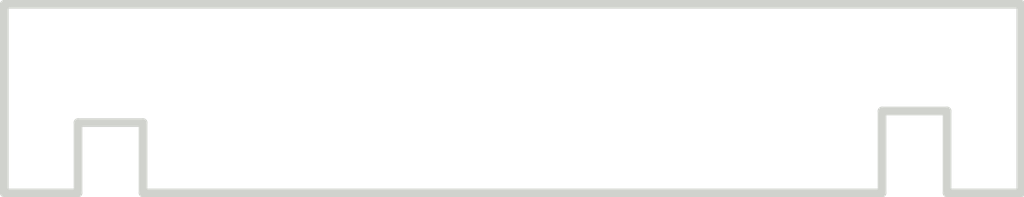
<source format=kicad_pcb>
(kicad_pcb (version 20171130) (host pcbnew "(5.1.2-1)-1")

  (general
    (thickness 1.6)
    (drawings 12)
    (tracks 0)
    (zones 0)
    (modules 0)
    (nets 1)
  )

  (page A4)
  (layers
    (0 F.Cu signal)
    (31 B.Cu signal)
    (32 B.Adhes user)
    (33 F.Adhes user)
    (34 B.Paste user)
    (35 F.Paste user)
    (36 B.SilkS user)
    (37 F.SilkS user)
    (38 B.Mask user)
    (39 F.Mask user)
    (40 Dwgs.User user)
    (41 Cmts.User user)
    (42 Eco1.User user)
    (43 Eco2.User user)
    (44 Edge.Cuts user)
    (45 Margin user)
    (46 B.CrtYd user)
    (47 F.CrtYd user)
    (48 B.Fab user)
    (49 F.Fab user)
  )

  (setup
    (last_trace_width 0.25)
    (trace_clearance 0.2)
    (zone_clearance 0.508)
    (zone_45_only no)
    (trace_min 0.2)
    (via_size 0.8)
    (via_drill 0.4)
    (via_min_size 0.4)
    (via_min_drill 0.3)
    (uvia_size 0.3)
    (uvia_drill 0.1)
    (uvias_allowed no)
    (uvia_min_size 0.2)
    (uvia_min_drill 0.1)
    (edge_width 0.05)
    (segment_width 0.2)
    (pcb_text_width 0.3)
    (pcb_text_size 1.5 1.5)
    (mod_edge_width 0.12)
    (mod_text_size 1 1)
    (mod_text_width 0.15)
    (pad_size 1.524 1.524)
    (pad_drill 0.762)
    (pad_to_mask_clearance 0.051)
    (solder_mask_min_width 0.25)
    (aux_axis_origin 83.82 105.41)
    (visible_elements FFFFFF7F)
    (pcbplotparams
      (layerselection 0x01000_7ffffffe)
      (usegerberextensions false)
      (usegerberattributes false)
      (usegerberadvancedattributes false)
      (creategerberjobfile false)
      (excludeedgelayer true)
      (linewidth 0.100000)
      (plotframeref false)
      (viasonmask false)
      (mode 1)
      (useauxorigin false)
      (hpglpennumber 1)
      (hpglpenspeed 20)
      (hpglpendiameter 15.000000)
      (psnegative false)
      (psa4output false)
      (plotreference true)
      (plotvalue true)
      (plotinvisibletext false)
      (padsonsilk false)
      (subtractmaskfromsilk false)
      (outputformat 1)
      (mirror false)
      (drillshape 0)
      (scaleselection 1)
      (outputdirectory "v5"))
  )

  (net 0 "")

  (net_class Default "This is the default net class."
    (clearance 0.2)
    (trace_width 0.25)
    (via_dia 0.8)
    (via_drill 0.4)
    (uvia_dia 0.3)
    (uvia_drill 0.1)
  )

  (gr_line (start 107.95 88.169943) (end 109.65 88.169943) (layer Edge.Cuts) (width 0.2))
  (gr_line (start 107.95 83.82) (end 131.397261 83.82) (layer Edge.Cuts) (width 0.2))
  (gr_line (start 109.65 86.54832) (end 109.65 88.169943) (layer Edge.Cuts) (width 0.2))
  (gr_line (start 129.697261 88.169943) (end 131.397261 88.169943) (layer Edge.Cuts) (width 0.2))
  (gr_line (start 129.697261 86.280856) (end 129.697261 88.169943) (layer Edge.Cuts) (width 0.2))
  (gr_line (start 111.15 88.169943) (end 128.197261 88.169943) (layer Edge.Cuts) (width 0.2))
  (gr_line (start 128.197261 86.280856) (end 128.197261 88.169943) (layer Edge.Cuts) (width 0.2))
  (gr_line (start 109.65 86.54832) (end 111.15 86.54832) (layer Edge.Cuts) (width 0.2))
  (gr_line (start 128.197261 86.280856) (end 129.697261 86.280856) (layer Edge.Cuts) (width 0.2))
  (gr_line (start 131.397261 83.82) (end 131.397261 88.169943) (layer Edge.Cuts) (width 0.2))
  (gr_line (start 111.15 86.54832) (end 111.15 88.169943) (layer Edge.Cuts) (width 0.2))
  (gr_line (start 107.95 83.82) (end 107.95 88.169943) (layer Edge.Cuts) (width 0.2))

)

</source>
